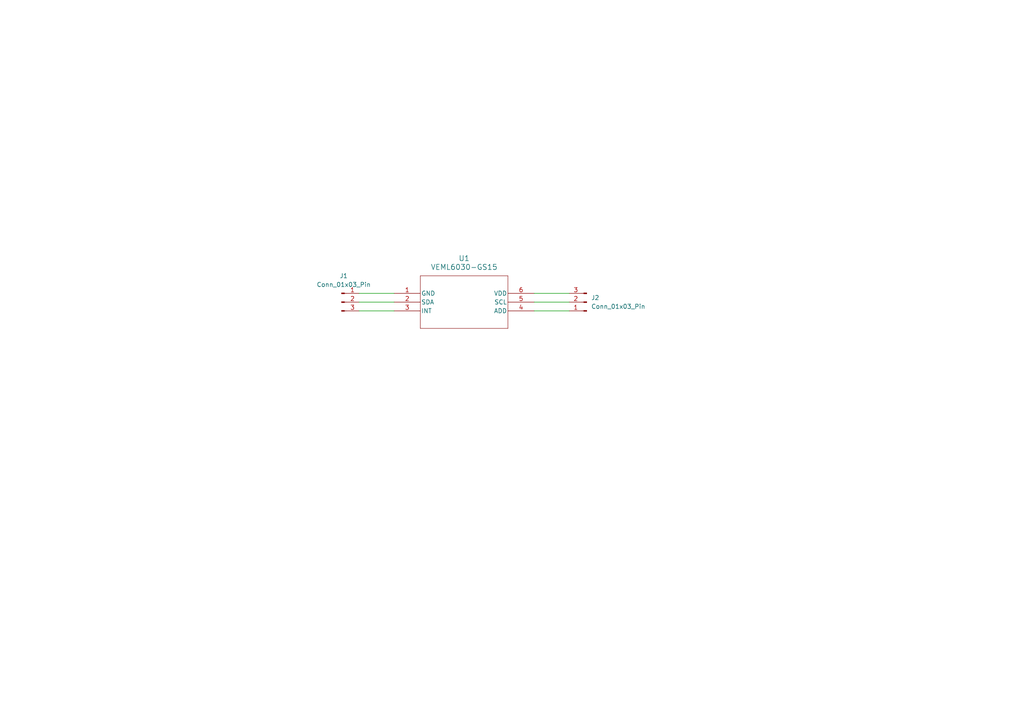
<source format=kicad_sch>
(kicad_sch (version 20250114) (generator "eeschema") (generator_version "9.0")
  (paper "A4")
  (lib_symbols
    (symbol "Connector:Conn_01x03_Pin" (pin_names (offset 1.016) (hide yes))
      (property "Reference" "J" (at 0 5.08 0))
      (property "Value" "Conn_01x03_Pin" (at 0 -5.08 0))
      (symbol "Conn_01x03_Pin_1_1"
        (rectangle (start 0.8636 2.667) (end 0 2.413) (stroke (width 0.1524)) (fill (type outline)))
        (rectangle (start 0.8636 0.127) (end 0 -0.127) (stroke (width 0.1524)) (fill (type outline)))
        (rectangle (start 0.8636 -2.413) (end 0 -2.667) (stroke (width 0.1524)) (fill (type outline)))
        (polyline (pts (xy 1.27 2.54) (xy 0.8636 2.54)) (stroke (width 0.1524)))
        (polyline (pts (xy 1.27 0) (xy 0.8636 0)) (stroke (width 0.1524)))
        (polyline (pts (xy 1.27 -2.54) (xy 0.8636 -2.54)) (stroke (width 0.1524)))
        (pin passive line (at 5.08 2.54 180) (length 3.81) (name "Pin_1") (number "1"))
        (pin passive line (at 5.08 0 180) (length 3.81) (name "Pin_2") (number "2"))
        (pin passive line (at 5.08 -2.54 180) (length 3.81) (name "Pin_3") (number "3"))
      )
    )
    (symbol "VEML6030:VEML6030-GS15" (pin_names (offset 0.254))
      (property "Reference" "U" (at 20.32 10.16 0))
      (property "Value" "VEML6030-GS15" (at 20.32 7.62 0))
      (symbol "VEML6030-GS15_0_1"
        (polyline (pts (xy 7.62 5.08) (xy 7.62 -10.16)) (stroke (width 0.127)))
        (polyline (pts (xy 7.62 -10.16) (xy 33.02 -10.16)) (stroke (width 0.127)))
        (polyline (pts (xy 33.02 5.08) (xy 7.62 5.08)) (stroke (width 0.127)))
        (polyline (pts (xy 33.02 -10.16) (xy 33.02 5.08)) (stroke (width 0.127)))
        (pin power_out line (at 0 0 0) (length 7.62) (name "GND") (number "1"))
        (pin unspecified line (at 0 -2.54 0) (length 7.62) (name "SDA") (number "2"))
        (pin input line (at 0 -5.08 0) (length 7.62) (name "INT") (number "3"))
        (pin power_in line (at 40.64 0 180) (length 7.62) (name "VDD") (number "6"))
        (pin unspecified line (at 40.64 -2.54 180) (length 7.62) (name "SCL") (number "5"))
        (pin unspecified line (at 40.64 -5.08 180) (length 7.62) (name "ADD") (number "4"))
      )
    )
  )
  (wire (pts (xy 154.94 90.17) (xy 165.1 90.17)))
  (wire (pts (xy 154.94 87.63) (xy 165.1 87.63)))
  (wire (pts (xy 104.14 85.09) (xy 114.3 85.09)))
  (wire (pts (xy 104.14 90.17) (xy 114.3 90.17)))
  (wire (pts (xy 104.14 87.63) (xy 114.3 87.63)))
  (wire (pts (xy 154.94 85.09) (xy 165.1 85.09)))
  (symbol (lib_id "Connector:Conn_01x03_Pin") (at 170.18 87.63 180) (unit 1)
    (property "Reference" "J2" (at 171.45 86.3599 0) (effects (justify right)))
    (property "Value" "Conn_01x03_Pin" (at 171.45 88.8999 0) (effects (justify right)))
    (property "Footprint" "Connector_PinHeader_2.54mm:PinHeader_1x03_P2.54mm_Vertical" (effects (hide yes)))
    (property "Description" "Generic connector, single row, 01x03, script generated" (effects (hide yes)))
  )
  (symbol (lib_id "Connector:Conn_01x03_Pin") (at 99.06 87.63 0) (unit 1)
    (property "Reference" "J1" (at 99.695 80.01 0))
    (property "Value" "Conn_01x03_Pin" (at 99.695 82.55 0))
    (property "Footprint" "Connector_PinHeader_2.54mm:PinHeader_1x03_P2.54mm_Vertical" (effects (hide yes)))
    (property "Description" "Generic connector, single row, 01x03, script generated" (effects (hide yes)))
  )
  (symbol (lib_id "VEML6030:VEML6030-GS15") (at 114.3 85.09 0) (unit 1)
    (property "Reference" "U1" (at 134.62 74.93 0) (effects (font (size 1.524 1.524))))
    (property "Value" "VEML6030-GS15" (at 134.62 77.47 0) (effects (font (size 1.524 1.524))))
    (property "Footprint" "SMT_030-GS15_VIS" (effects (hide yes)))
    (property "Datasheet" "https://www.vishay.com/doc?84366" (effects (hide yes)))
  )
)
</source>
